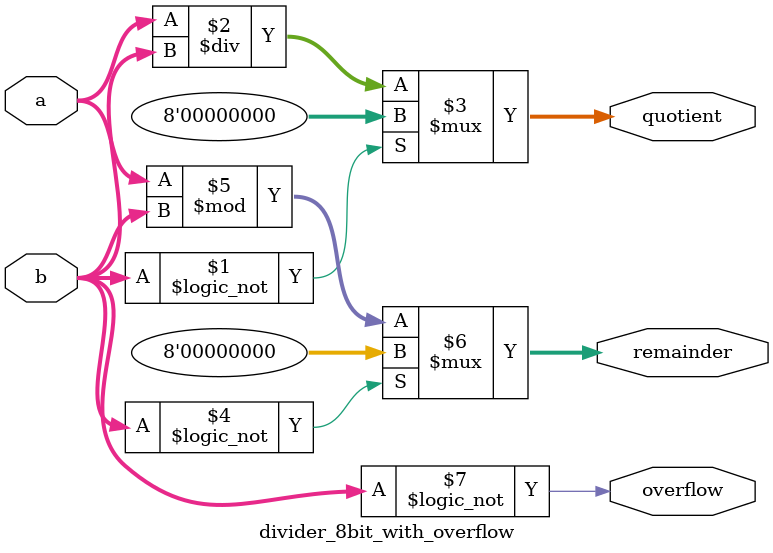
<source format=sv>
module divider_8bit_with_overflow (
    input [7:0] a,
    input [7:0] b,
    output [7:0] quotient,
    output [7:0] remainder,
    output overflow
);
    assign quotient = (b == 0) ? 8'b00000000 : a / b;
    assign remainder = (b == 0) ? 8'b00000000 : a % b;
    assign overflow = (b == 0);  // 除数为零时，发生溢出
endmodule

</source>
